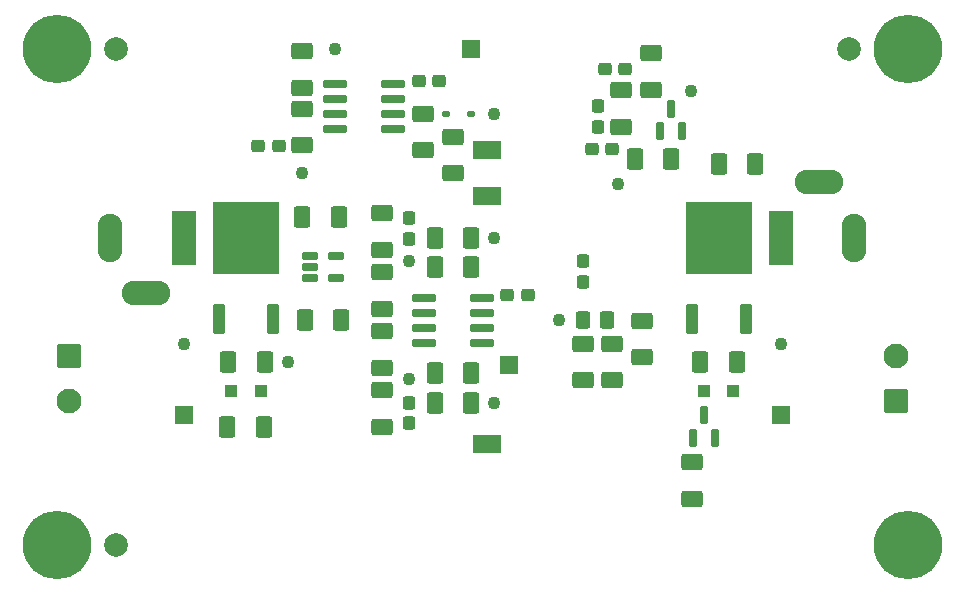
<source format=gbr>
%TF.GenerationSoftware,KiCad,Pcbnew,9.0.6+1*%
%TF.CreationDate,Date%
%TF.ProjectId,Input-Protection,496e7075-742d-4507-926f-74656374696f,+ (Unreleased)*%
%TF.SameCoordinates,Original*%
%TF.FileFunction,Soldermask,Top*%
%TF.FilePolarity,Negative*%
%FSLAX46Y46*%
G04 Gerber Fmt 4.6, Leading zero omitted, Abs format (unit mm)*
G04 Created by KiCad*
%MOMM*%
%LPD*%
G01*
G04 APERTURE LIST*
G04 Aperture macros list*
%AMRoundRect*
0 Rectangle with rounded corners*
0 $1 Rounding radius*
0 $2 $3 $4 $5 $6 $7 $8 $9 X,Y pos of 4 corners*
0 Add a 4 corners polygon primitive as box body*
4,1,4,$2,$3,$4,$5,$6,$7,$8,$9,$2,$3,0*
0 Add four circle primitives for the rounded corners*
1,1,$1+$1,$2,$3*
1,1,$1+$1,$4,$5*
1,1,$1+$1,$6,$7*
1,1,$1+$1,$8,$9*
0 Add four rect primitives between the rounded corners*
20,1,$1+$1,$2,$3,$4,$5,0*
20,1,$1+$1,$4,$5,$6,$7,0*
20,1,$1+$1,$6,$7,$8,$9,0*
20,1,$1+$1,$8,$9,$2,$3,0*%
G04 Aperture macros list end*
%ADD10C,0.000000*%
%ADD11RoundRect,0.137500X0.212500X0.137500X-0.212500X0.137500X-0.212500X-0.137500X0.212500X-0.137500X0*%
%ADD12RoundRect,0.269231X0.430769X0.655769X-0.430769X0.655769X-0.430769X-0.655769X0.430769X-0.655769X0*%
%ADD13RoundRect,0.262500X-0.325000X-0.262500X0.325000X-0.262500X0.325000X0.262500X-0.325000X0.262500X0*%
%ADD14RoundRect,0.050000X-0.457200X-1.206500X0.457200X-1.206500X0.457200X1.206500X-0.457200X1.206500X0*%
%ADD15RoundRect,0.050000X-2.755900X-3.035300X2.755900X-3.035300X2.755900X3.035300X-2.755900X3.035300X0*%
%ADD16RoundRect,0.269231X-0.655769X0.430769X-0.655769X-0.430769X0.655769X-0.430769X0.655769X0.430769X0*%
%ADD17RoundRect,0.175000X-0.850000X-0.175000X0.850000X-0.175000X0.850000X0.175000X-0.850000X0.175000X0*%
%ADD18RoundRect,0.050000X-0.750000X-0.750000X0.750000X-0.750000X0.750000X0.750000X-0.750000X0.750000X0*%
%ADD19C,1.100000*%
%ADD20RoundRect,0.269231X0.655769X-0.430769X0.655769X0.430769X-0.655769X0.430769X-0.655769X-0.430769X0*%
%ADD21C,2.000000*%
%ADD22RoundRect,0.050000X-1.000000X-2.250000X1.000000X-2.250000X1.000000X2.250000X-1.000000X2.250000X0*%
%ADD23O,2.100000X4.100000*%
%ADD24O,4.100000X2.100000*%
%ADD25RoundRect,0.262500X0.262500X-0.325000X0.262500X0.325000X-0.262500X0.325000X-0.262500X-0.325000X0*%
%ADD26RoundRect,0.275000X0.275000X0.275000X-0.275000X0.275000X-0.275000X-0.275000X0.275000X-0.275000X0*%
%ADD27RoundRect,0.269231X-0.430769X-0.655769X0.430769X-0.655769X0.430769X0.655769X-0.430769X0.655769X0*%
%ADD28RoundRect,0.262500X0.325000X0.262500X-0.325000X0.262500X-0.325000X-0.262500X0.325000X-0.262500X0*%
%ADD29C,5.800000*%
%ADD30RoundRect,0.050000X1.000000X2.250000X-1.000000X2.250000X-1.000000X-2.250000X1.000000X-2.250000X0*%
%ADD31RoundRect,0.262500X-0.787500X0.787500X-0.787500X-0.787500X0.787500X-0.787500X0.787500X0.787500X0*%
%ADD32C,2.100000*%
%ADD33RoundRect,0.050000X0.500000X0.750000X-0.500000X0.750000X-0.500000X-0.750000X0.500000X-0.750000X0*%
%ADD34RoundRect,0.262500X0.787500X-0.787500X0.787500X0.787500X-0.787500X0.787500X-0.787500X-0.787500X0*%
%ADD35RoundRect,0.050000X0.750000X0.750000X-0.750000X0.750000X-0.750000X-0.750000X0.750000X-0.750000X0*%
%ADD36RoundRect,0.271739X-0.353261X-0.478261X0.353261X-0.478261X0.353261X0.478261X-0.353261X0.478261X0*%
%ADD37RoundRect,0.175000X0.175000X-0.612500X0.175000X0.612500X-0.175000X0.612500X-0.175000X-0.612500X0*%
%ADD38RoundRect,0.175000X-0.537500X-0.175000X0.537500X-0.175000X0.537500X0.175000X-0.537500X0.175000X0*%
G04 APERTURE END LIST*
D10*
%TO.C,JP503*%
G36*
X158115645Y-65000000D02*
G01*
X157815645Y-65000000D01*
X157815645Y-63500000D01*
X158115645Y-63500000D01*
X158115645Y-65000000D01*
G37*
%TO.C,JP502*%
G36*
X158115645Y-68900000D02*
G01*
X157815645Y-68900000D01*
X157815645Y-67400000D01*
X158115645Y-67400000D01*
X158115645Y-68900000D01*
G37*
%TO.C,JP501*%
G36*
X158115645Y-89900000D02*
G01*
X157815645Y-89900000D01*
X157815645Y-88400000D01*
X158115645Y-88400000D01*
X158115645Y-89900000D01*
G37*
%TD*%
D11*
%TO.C,D501*%
X156615645Y-61150000D03*
X154515645Y-61150000D03*
%TD*%
D12*
%TO.C,R503*%
X156615646Y-85650000D03*
X153515644Y-85650000D03*
%TD*%
D13*
%TO.C,C501*%
X159665645Y-76550000D03*
X161390645Y-76550000D03*
%TD*%
D14*
%TO.C,Q602*%
X175279645Y-78508000D03*
D15*
X177565645Y-71650000D03*
D14*
X179851645Y-78508000D03*
%TD*%
D16*
%TO.C,R402*%
X171815646Y-56049998D03*
X171815646Y-59150000D03*
%TD*%
%TO.C,R506*%
X155065645Y-63099999D03*
X155065645Y-66200001D03*
%TD*%
%TO.C,R305*%
X149065645Y-69599999D03*
X149065645Y-72700001D03*
%TD*%
D17*
%TO.C,U501*%
X152590645Y-76745000D03*
X152590645Y-78015000D03*
X152590645Y-79285000D03*
X152590645Y-80555000D03*
X157540645Y-80555000D03*
X157540645Y-79285000D03*
X157540645Y-78015000D03*
X157540645Y-76745000D03*
%TD*%
D18*
%TO.C,TP101*%
X132315645Y-86650000D03*
%TD*%
D19*
%TO.C,TP401*%
X175265647Y-59249999D03*
%TD*%
%TO.C,TP103*%
X182815645Y-80650000D03*
%TD*%
%TO.C,TP302*%
X151315645Y-83650000D03*
%TD*%
%TO.C,TP303*%
X151315645Y-73650000D03*
%TD*%
D20*
%TO.C,R601*%
X166065645Y-83750002D03*
X166065645Y-80650000D03*
%TD*%
D21*
%TO.C,FID902*%
X126565645Y-97650000D03*
%TD*%
D12*
%TO.C,R511*%
X145415647Y-69900000D03*
X142315645Y-69900000D03*
%TD*%
D19*
%TO.C,TP502*%
X145065645Y-55650000D03*
%TD*%
D16*
%TO.C,R508*%
X152565645Y-61150000D03*
X152565645Y-64250002D03*
%TD*%
D22*
%TO.C,J101*%
X132265645Y-71650000D03*
D23*
X126065645Y-71650000D03*
D24*
X129065645Y-76350000D03*
%TD*%
D19*
%TO.C,TP402*%
X169015645Y-67150000D03*
%TD*%
D25*
%TO.C,C506*%
X166065645Y-75400000D03*
X166065645Y-73674998D03*
%TD*%
D26*
%TO.C,D201*%
X138815644Y-84650000D03*
X136315646Y-84650000D03*
%TD*%
D13*
%TO.C,C502*%
X152165645Y-58400000D03*
X153890647Y-58400000D03*
%TD*%
D27*
%TO.C,R604*%
X177565645Y-65400000D03*
X180665647Y-65400000D03*
%TD*%
D19*
%TO.C,TP501*%
X158565645Y-85650000D03*
%TD*%
D25*
%TO.C,C402*%
X167315646Y-62262501D03*
X167315646Y-60537499D03*
%TD*%
D14*
%TO.C,Q201*%
X135279645Y-78508000D03*
D15*
X137565645Y-71650000D03*
D14*
X139851645Y-78508000D03*
%TD*%
D28*
%TO.C,C504*%
X140315645Y-63900000D03*
X138590643Y-63900000D03*
%TD*%
D29*
%TO.C,H901*%
X121565645Y-55650000D03*
%TD*%
D27*
%TO.C,R603*%
X176015645Y-82150000D03*
X179115645Y-82150000D03*
%TD*%
D20*
%TO.C,R302*%
X149065645Y-82700001D03*
X149065645Y-79599999D03*
%TD*%
D19*
%TO.C,TP506*%
X164065645Y-78650000D03*
%TD*%
%TO.C,TP505*%
X142315645Y-66150000D03*
%TD*%
D18*
%TO.C,TP104*%
X182815645Y-86650000D03*
%TD*%
D30*
%TO.C,J104*%
X182865645Y-71650000D03*
D23*
X189065645Y-71650000D03*
D24*
X186065645Y-66950000D03*
%TD*%
D27*
%TO.C,R505*%
X153515644Y-74150000D03*
X156615646Y-74150000D03*
%TD*%
D31*
%TO.C,J102*%
X122565645Y-81650000D03*
D32*
X122565645Y-85460000D03*
%TD*%
D20*
%TO.C,R504*%
X142315645Y-58950001D03*
X142315645Y-55849999D03*
%TD*%
D29*
%TO.C,H902*%
X121565645Y-97650000D03*
%TD*%
D28*
%TO.C,C401*%
X169678147Y-57400000D03*
X167953145Y-57400000D03*
%TD*%
D19*
%TO.C,TP102*%
X132315645Y-80650000D03*
%TD*%
D33*
%TO.C,JP503*%
X158615644Y-64250000D03*
X157315646Y-64250000D03*
%TD*%
D16*
%TO.C,R304*%
X149065645Y-74599999D03*
X149065645Y-77700001D03*
%TD*%
D19*
%TO.C,TP201*%
X141065645Y-82150000D03*
%TD*%
D12*
%TO.C,R301*%
X145615646Y-78650000D03*
X142515644Y-78650000D03*
%TD*%
D21*
%TO.C,FID903*%
X188565645Y-55650000D03*
%TD*%
D26*
%TO.C,D601*%
X178815644Y-84650000D03*
X176315646Y-84650000D03*
%TD*%
D27*
%TO.C,R202*%
X136015645Y-82150000D03*
X139115645Y-82150000D03*
%TD*%
D34*
%TO.C,J103*%
X192565645Y-85460000D03*
D32*
X192565645Y-81650000D03*
%TD*%
D33*
%TO.C,JP502*%
X158615644Y-68150000D03*
X157315646Y-68150000D03*
%TD*%
D29*
%TO.C,H903*%
X193565645Y-55650000D03*
%TD*%
D12*
%TO.C,R507*%
X156615646Y-71650000D03*
X153515644Y-71650000D03*
%TD*%
D28*
%TO.C,C403*%
X168540649Y-64150000D03*
X166815647Y-64150000D03*
%TD*%
D29*
%TO.C,H904*%
X193565645Y-97650000D03*
%TD*%
D35*
%TO.C,TP301*%
X159815645Y-82400000D03*
%TD*%
D36*
%TO.C,D502*%
X166040646Y-78650000D03*
X168090644Y-78650000D03*
%TD*%
D27*
%TO.C,R403*%
X170465645Y-64962500D03*
X173565647Y-64962500D03*
%TD*%
D12*
%TO.C,R501*%
X156615646Y-83150000D03*
X153515644Y-83150000D03*
%TD*%
D19*
%TO.C,TP503*%
X158565645Y-71650000D03*
%TD*%
D37*
%TO.C,Q601*%
X175365645Y-88587500D03*
X177265645Y-88587500D03*
X176315645Y-86712499D03*
%TD*%
D21*
%TO.C,FID901*%
X126565645Y-55650000D03*
%TD*%
D16*
%TO.C,R509*%
X168565645Y-80650000D03*
X168565645Y-83750002D03*
%TD*%
D17*
%TO.C,U502*%
X145065645Y-58610000D03*
X145065645Y-59880000D03*
X145065645Y-61150000D03*
X145065645Y-62420000D03*
X150015645Y-62420000D03*
X150015645Y-61150000D03*
X150015645Y-59880000D03*
X150015645Y-58610000D03*
%TD*%
D37*
%TO.C,U401*%
X172565646Y-62650000D03*
X174465646Y-62650000D03*
X173515646Y-60774999D03*
%TD*%
D38*
%TO.C,U503*%
X142928145Y-73200000D03*
X142928145Y-74150000D03*
X142928145Y-75100000D03*
X145203145Y-75100000D03*
X145203145Y-73200000D03*
%TD*%
D25*
%TO.C,C503*%
X151315645Y-87375002D03*
X151315645Y-85650000D03*
%TD*%
D16*
%TO.C,R510*%
X171065645Y-78700001D03*
X171065645Y-81800003D03*
%TD*%
D27*
%TO.C,R201*%
X135965643Y-87650000D03*
X139065645Y-87650000D03*
%TD*%
D16*
%TO.C,R602*%
X175315645Y-90650000D03*
X175315645Y-93750002D03*
%TD*%
D25*
%TO.C,C505*%
X151315645Y-71762501D03*
X151315645Y-70037499D03*
%TD*%
D16*
%TO.C,R401*%
X169315645Y-59150000D03*
X169315645Y-62250002D03*
%TD*%
D20*
%TO.C,R502*%
X142315645Y-63850002D03*
X142315645Y-60750000D03*
%TD*%
D18*
%TO.C,TP507*%
X156565645Y-55650000D03*
%TD*%
D20*
%TO.C,R303*%
X149065645Y-87700001D03*
X149065645Y-84599999D03*
%TD*%
D19*
%TO.C,TP504*%
X158565645Y-61150000D03*
%TD*%
D33*
%TO.C,JP501*%
X158615644Y-89150000D03*
X157315646Y-89150000D03*
%TD*%
M02*

</source>
